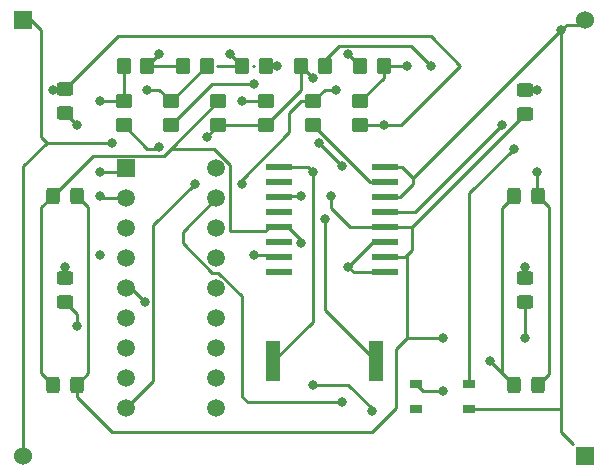
<source format=gbr>
%TF.GenerationSoftware,KiCad,Pcbnew,(6.0.9)*%
%TF.CreationDate,2023-11-13T18:20:47-08:00*%
%TF.ProjectId,music_card,6d757369-635f-4636-9172-642e6b696361,rev?*%
%TF.SameCoordinates,Original*%
%TF.FileFunction,Copper,L1,Top*%
%TF.FilePolarity,Positive*%
%FSLAX46Y46*%
G04 Gerber Fmt 4.6, Leading zero omitted, Abs format (unit mm)*
G04 Created by KiCad (PCBNEW (6.0.9)) date 2023-11-13 18:20:47*
%MOMM*%
%LPD*%
G01*
G04 APERTURE LIST*
G04 Aperture macros list*
%AMRoundRect*
0 Rectangle with rounded corners*
0 $1 Rounding radius*
0 $2 $3 $4 $5 $6 $7 $8 $9 X,Y pos of 4 corners*
0 Add a 4 corners polygon primitive as box body*
4,1,4,$2,$3,$4,$5,$6,$7,$8,$9,$2,$3,0*
0 Add four circle primitives for the rounded corners*
1,1,$1+$1,$2,$3*
1,1,$1+$1,$4,$5*
1,1,$1+$1,$6,$7*
1,1,$1+$1,$8,$9*
0 Add four rect primitives between the rounded corners*
20,1,$1+$1,$2,$3,$4,$5,0*
20,1,$1+$1,$4,$5,$6,$7,0*
20,1,$1+$1,$6,$7,$8,$9,0*
20,1,$1+$1,$8,$9,$2,$3,0*%
G04 Aperture macros list end*
%TA.AperFunction,SMDPad,CuDef*%
%ADD10RoundRect,0.250000X-0.325000X-0.450000X0.325000X-0.450000X0.325000X0.450000X-0.325000X0.450000X0*%
%TD*%
%TA.AperFunction,ComponentPad*%
%ADD11R,1.524000X1.524000*%
%TD*%
%TA.AperFunction,SMDPad,CuDef*%
%ADD12RoundRect,0.250000X-0.450000X0.350000X-0.450000X-0.350000X0.450000X-0.350000X0.450000X0.350000X0*%
%TD*%
%TA.AperFunction,SMDPad,CuDef*%
%ADD13R,2.200000X0.600000*%
%TD*%
%TA.AperFunction,SMDPad,CuDef*%
%ADD14RoundRect,0.250000X0.450000X-0.325000X0.450000X0.325000X-0.450000X0.325000X-0.450000X-0.325000X0*%
%TD*%
%TA.AperFunction,ComponentPad*%
%ADD15C,1.524000*%
%TD*%
%TA.AperFunction,SMDPad,CuDef*%
%ADD16RoundRect,0.250000X0.450000X-0.350000X0.450000X0.350000X-0.450000X0.350000X-0.450000X-0.350000X0*%
%TD*%
%TA.AperFunction,SMDPad,CuDef*%
%ADD17R,0.990600X0.711200*%
%TD*%
%TA.AperFunction,SMDPad,CuDef*%
%ADD18RoundRect,0.250000X0.350000X0.450000X-0.350000X0.450000X-0.350000X-0.450000X0.350000X-0.450000X0*%
%TD*%
%TA.AperFunction,SMDPad,CuDef*%
%ADD19RoundRect,0.250000X0.325000X0.450000X-0.325000X0.450000X-0.325000X-0.450000X0.325000X-0.450000X0*%
%TD*%
%TA.AperFunction,ComponentPad*%
%ADD20R,1.498600X1.498600*%
%TD*%
%TA.AperFunction,ComponentPad*%
%ADD21C,1.498600*%
%TD*%
%TA.AperFunction,SMDPad,CuDef*%
%ADD22R,1.300000X3.400000*%
%TD*%
%TA.AperFunction,SMDPad,CuDef*%
%ADD23RoundRect,0.250000X-0.350000X-0.450000X0.350000X-0.450000X0.350000X0.450000X-0.350000X0.450000X0*%
%TD*%
%TA.AperFunction,ViaPad*%
%ADD24C,0.800000*%
%TD*%
%TA.AperFunction,Conductor*%
%ADD25C,0.250000*%
%TD*%
G04 APERTURE END LIST*
D10*
%TO.P,D8,1,K*%
%TO.N,Net-(D4-Pad1)*%
X156000000Y-125000000D03*
%TO.P,D8,2,A*%
%TO.N,Net-(D4-Pad2)*%
X158050000Y-125000000D03*
%TD*%
D11*
%TO.P,VDD_THT2,1,THT*%
%TO.N,+5V*%
X114500000Y-94100000D03*
%TD*%
D12*
%TO.P,R7,1*%
%TO.N,Net-(R7-Pad1)*%
X123000000Y-101000000D03*
%TO.P,R7,2*%
%TO.N,Net-(R7-Pad2)*%
X123000000Y-103000000D03*
%TD*%
D13*
%TO.P,U1,1,C1-1*%
%TO.N,Net-(BZ1-Pad2)*%
X136130000Y-106555000D03*
%TO.P,U1,2,C1-2*%
%TO.N,unconnected-(U1-Pad2)*%
X136130000Y-107825000D03*
%TO.P,U1,3,C2-1*%
%TO.N,Net-(D1-Pad1)*%
X136130000Y-109095000D03*
%TO.P,U1,4,C2-2*%
%TO.N,unconnected-(U1-Pad4)*%
X136130000Y-110365000D03*
%TO.P,U1,5,C3-1*%
%TO.N,Net-(D1-Pad2)*%
X136130000Y-111635000D03*
%TO.P,U1,6,C3-2*%
%TO.N,unconnected-(U1-Pad6)*%
X136130000Y-112905000D03*
%TO.P,U1,7,C4-1*%
%TO.N,Net-(D4-Pad1)*%
X136130000Y-114175000D03*
%TO.P,U1,8,C4-2*%
%TO.N,unconnected-(U1-Pad8)*%
X136130000Y-115445000D03*
%TO.P,U1,9,B4*%
%TO.N,Net-(R7-Pad2)*%
X145140000Y-115445000D03*
%TO.P,U1,10,E4*%
%TO.N,Net-(D1-Pad1)*%
X145140000Y-114175000D03*
%TO.P,U1,11,B3*%
%TO.N,Net-(R7-Pad2)*%
X145140000Y-112905000D03*
%TO.P,U1,12,E3*%
%TO.N,Net-(D1-Pad1)*%
X145140000Y-111635000D03*
%TO.P,U1,13,B2*%
%TO.N,Net-(R6-Pad2)*%
X145140000Y-110365000D03*
%TO.P,U1,14,E2*%
%TO.N,GND*%
X145140000Y-109095000D03*
%TO.P,U1,15,B1*%
%TO.N,Net-(R1-Pad1)*%
X145140000Y-107825000D03*
%TO.P,U1,16,E1*%
%TO.N,GND*%
X145140000Y-106555000D03*
%TD*%
D14*
%TO.P,D6,1,K*%
%TO.N,Net-(D4-Pad1)*%
X118000000Y-118025000D03*
%TO.P,D6,2,A*%
%TO.N,Net-(D4-Pad2)*%
X118000000Y-115975000D03*
%TD*%
D15*
%TO.P,GND_THT1,1,THT*%
%TO.N,GND*%
X162000000Y-94100000D03*
%TD*%
D16*
%TO.P,R1,1*%
%TO.N,Net-(R1-Pad1)*%
X139000000Y-103000000D03*
%TO.P,R1,2*%
%TO.N,Net-(R1-Pad2)*%
X139000000Y-101000000D03*
%TD*%
D14*
%TO.P,D3,1,K*%
%TO.N,Net-(D1-Pad1)*%
X157000000Y-118025000D03*
%TO.P,D3,2,A*%
%TO.N,Net-(D1-Pad2)*%
X157000000Y-115975000D03*
%TD*%
D11*
%TO.P,GND_THT2,1,THT*%
%TO.N,GND*%
X162000000Y-131000000D03*
%TD*%
D16*
%TO.P,R3,1*%
%TO.N,+5V*%
X131000000Y-103000000D03*
%TO.P,R3,2*%
%TO.N,Net-(D1-Pad2)*%
X131000000Y-101000000D03*
%TD*%
D17*
%TO.P,SW1,1,1*%
%TO.N,Net-(SW1-Pad1)*%
X147749999Y-124925001D03*
%TO.P,SW1,2,2*%
%TO.N,Net-(SW1-Pad2)*%
X152250001Y-124925001D03*
%TO.P,SW1,3,3*%
%TO.N,unconnected-(SW1-Pad3)*%
X147749999Y-127074999D03*
%TO.P,SW1,4,4*%
%TO.N,GND*%
X152250001Y-127074999D03*
%TD*%
D16*
%TO.P,R5,1*%
%TO.N,+5V*%
X135000000Y-103000000D03*
%TO.P,R5,2*%
%TO.N,Net-(BZ1-Pad1)*%
X135000000Y-101000000D03*
%TD*%
D18*
%TO.P,pull_down1,1*%
%TO.N,Net-(R1-Pad2)*%
X135000000Y-98000000D03*
%TO.P,pull_down1,2*%
%TO.N,GND*%
X133000000Y-98000000D03*
%TD*%
D19*
%TO.P,D1,1,K*%
%TO.N,Net-(D1-Pad1)*%
X119025000Y-125000000D03*
%TO.P,D1,2,A*%
%TO.N,Net-(D1-Pad2)*%
X116975000Y-125000000D03*
%TD*%
D10*
%TO.P,D5,1,K*%
%TO.N,Net-(D4-Pad1)*%
X156000000Y-109000000D03*
%TO.P,D5,2,A*%
%TO.N,Net-(D4-Pad2)*%
X158050000Y-109000000D03*
%TD*%
D12*
%TO.P,R2,1*%
%TO.N,+5V*%
X143000000Y-101000000D03*
%TO.P,R2,2*%
%TO.N,Net-(D4-Pad2)*%
X143000000Y-103000000D03*
%TD*%
D20*
%TO.P,U2,1,Vref/AN2/RA2*%
%TO.N,Net-(R7-Pad1)*%
X123190000Y-106680000D03*
D21*
%TO.P,U2,2,CMP1/AN3/RA3*%
%TO.N,Net-(R6-Pad1)*%
X123190000Y-109220000D03*
%TO.P,U2,3,TOCKI/CMP2/RA4*%
%TO.N,unconnected-(U2-Pad3)*%
X123190000Y-111760000D03*
%TO.P,U2,4,~{MCLR}/Vpp/RA5*%
%TO.N,+5V*%
X123190000Y-114300000D03*
%TO.P,U2,5,VSS*%
%TO.N,GND*%
X123190000Y-116840000D03*
%TO.P,U2,6,RB0/INT*%
%TO.N,unconnected-(U2-Pad6)*%
X123190000Y-119380000D03*
%TO.P,U2,7,RB1/RX/DT*%
%TO.N,unconnected-(U2-Pad7)*%
X123190000Y-121920000D03*
%TO.P,U2,8,RB2/TX/CK*%
%TO.N,unconnected-(U2-Pad8)*%
X123190000Y-124460000D03*
%TO.P,U2,9,RB3/CCP1*%
%TO.N,Net-(R1-Pad2)*%
X123190000Y-127000000D03*
%TO.P,U2,10,RB4/PGM*%
%TO.N,unconnected-(U2-Pad10)*%
X130810000Y-127000000D03*
%TO.P,U2,11,RB5*%
%TO.N,unconnected-(U2-Pad11)*%
X130810000Y-124460000D03*
%TO.P,U2,12,RB6/T1OSC0/T1CKI/PGC*%
%TO.N,unconnected-(U2-Pad12)*%
X130810000Y-121920000D03*
%TO.P,U2,13,RB7/T1OSI/PGD*%
%TO.N,unconnected-(U2-Pad13)*%
X130810000Y-119380000D03*
%TO.P,U2,14,VDD*%
%TO.N,+5V*%
X130810000Y-116840000D03*
%TO.P,U2,15,CLKOUT/OSC2/RA6*%
%TO.N,unconnected-(U2-Pad15)*%
X130810000Y-114300000D03*
%TO.P,U2,16,CLKIN/OSC1/RA7*%
%TO.N,unconnected-(U2-Pad16)*%
X130810000Y-111760000D03*
%TO.P,U2,17,AN0/RA0*%
%TO.N,Net-(SW1-Pad1)*%
X130810000Y-109220000D03*
%TO.P,U2,18,AN1/RA1*%
%TO.N,unconnected-(U2-Pad18)*%
X130810000Y-106680000D03*
%TD*%
D14*
%TO.P,D4,1,K*%
%TO.N,Net-(D4-Pad1)*%
X118000000Y-102025000D03*
%TO.P,D4,2,A*%
%TO.N,Net-(D4-Pad2)*%
X118000000Y-99975000D03*
%TD*%
D19*
%TO.P,D2,1,K*%
%TO.N,Net-(D1-Pad1)*%
X119025000Y-109000000D03*
%TO.P,D2,2,A*%
%TO.N,Net-(D1-Pad2)*%
X116975000Y-109000000D03*
%TD*%
D18*
%TO.P,pull_down2,1*%
%TO.N,Net-(R6-Pad1)*%
X130000000Y-98000000D03*
%TO.P,pull_down2,2*%
%TO.N,GND*%
X128000000Y-98000000D03*
%TD*%
D22*
%TO.P,BZ1,1,-*%
%TO.N,Net-(BZ1-Pad1)*%
X144350000Y-123000000D03*
%TO.P,BZ1,2,+*%
%TO.N,Net-(BZ1-Pad2)*%
X135650000Y-123000000D03*
%TD*%
D23*
%TO.P,pull_up1,1*%
%TO.N,+5V*%
X138000000Y-98000000D03*
%TO.P,pull_up1,2*%
%TO.N,Net-(SW1-Pad2)*%
X140000000Y-98000000D03*
%TD*%
D12*
%TO.P,R6,1*%
%TO.N,Net-(R6-Pad1)*%
X127000000Y-101000000D03*
%TO.P,R6,2*%
%TO.N,Net-(R6-Pad2)*%
X127000000Y-103000000D03*
%TD*%
D15*
%TO.P,VDD_THT1,1,THT*%
%TO.N,+5V*%
X114500000Y-131000000D03*
%TD*%
D23*
%TO.P,R4,1*%
%TO.N,Net-(BZ1-Pad2)*%
X143000000Y-98000000D03*
%TO.P,R4,2*%
%TO.N,+5V*%
X145000000Y-98000000D03*
%TD*%
%TO.P,pull_down3,1*%
%TO.N,Net-(R7-Pad1)*%
X123000000Y-98000000D03*
%TO.P,pull_down3,2*%
%TO.N,GND*%
X125000000Y-98000000D03*
%TD*%
D14*
%TO.P,D7,1,K*%
%TO.N,Net-(D1-Pad1)*%
X157000000Y-102050000D03*
%TO.P,D7,2,A*%
%TO.N,Net-(D1-Pad2)*%
X157000000Y-100000000D03*
%TD*%
D24*
%TO.N,Net-(BZ1-Pad1)*%
X140000000Y-111000000D03*
X139487701Y-104512299D03*
X133000000Y-101000000D03*
X141487701Y-106512299D03*
%TO.N,Net-(BZ1-Pad2)*%
X139000000Y-107000000D03*
X142000000Y-97000000D03*
%TO.N,Net-(D1-Pad1)*%
X138000000Y-109000000D03*
X140500000Y-109000000D03*
X150000000Y-121000000D03*
X157000000Y-121000000D03*
%TO.N,Net-(D1-Pad2)*%
X157000000Y-115000000D03*
X158000000Y-100000000D03*
X138000000Y-113000000D03*
%TO.N,Net-(D4-Pad1)*%
X119000000Y-120000000D03*
X119000000Y-103000000D03*
X134000000Y-114000000D03*
X134000000Y-114000000D03*
X154000000Y-123000000D03*
%TO.N,Net-(D4-Pad2)*%
X117000000Y-100000000D03*
X118000000Y-115000000D03*
X145000000Y-103000000D03*
X158000000Y-107000000D03*
%TO.N,Net-(R1-Pad2)*%
X141000000Y-100000000D03*
X129000000Y-108000000D03*
X136000000Y-98000000D03*
X133000000Y-108000000D03*
%TO.N,Net-(R6-Pad1)*%
X125000000Y-100000000D03*
X121000000Y-109000000D03*
%TO.N,Net-(R7-Pad1)*%
X121000000Y-101000000D03*
X121000000Y-107000000D03*
%TO.N,Net-(SW1-Pad2)*%
X156000000Y-105000000D03*
X149000000Y-98000000D03*
%TO.N,Net-(R6-Pad2)*%
X134000000Y-99500000D03*
X134000000Y-99500000D03*
X155012299Y-102987701D03*
X155012299Y-102987701D03*
%TO.N,Net-(R7-Pad2)*%
X142000000Y-115000000D03*
X126000000Y-104881200D03*
%TO.N,Net-(SW1-Pad1)*%
X150000000Y-125500000D03*
X141500000Y-126500000D03*
%TO.N,GND*%
X139000000Y-125000000D03*
X160000000Y-95000000D03*
X132000000Y-97000000D03*
X126000000Y-97000000D03*
X144000000Y-127224500D03*
X124775500Y-118000000D03*
%TO.N,+5V*%
X122000000Y-104500000D03*
X121000000Y-114000000D03*
X139000000Y-99000000D03*
X147000000Y-98000000D03*
X130000000Y-104000000D03*
%TD*%
D25*
%TO.N,*%
X134000000Y-98000000D02*
X133925000Y-98000000D01*
%TO.N,Net-(BZ1-Pad1)*%
X141475402Y-106500000D02*
X141500000Y-106500000D01*
X135000000Y-101000000D02*
X133000000Y-101000000D01*
X139487701Y-104512299D02*
X141475402Y-106500000D01*
X144350000Y-123000000D02*
X140000000Y-118650000D01*
X140000000Y-118650000D02*
X140000000Y-111000000D01*
X141500000Y-106500000D02*
X141487701Y-106512299D01*
%TO.N,Net-(BZ1-Pad2)*%
X139000000Y-119650000D02*
X139000000Y-107000000D01*
X135650000Y-123000000D02*
X139000000Y-119650000D01*
X139000000Y-107000000D02*
X138555000Y-106555000D01*
X138555000Y-106555000D02*
X136130000Y-106555000D01*
X143000000Y-98000000D02*
X142000000Y-97000000D01*
%TO.N,Net-(D1-Pad1)*%
X122000000Y-129000000D02*
X144000000Y-129000000D01*
X146000000Y-122000000D02*
X147000000Y-121000000D01*
X120000000Y-109975000D02*
X120000000Y-124025000D01*
X146825000Y-114175000D02*
X145140000Y-114175000D01*
X147000000Y-114000000D02*
X147000000Y-121000000D01*
X119025000Y-109000000D02*
X120000000Y-109975000D01*
X146000000Y-127000000D02*
X146000000Y-122000000D01*
X138000000Y-109000000D02*
X136225000Y-109000000D01*
X119025000Y-126025000D02*
X122000000Y-129000000D01*
X147000000Y-114000000D02*
X146825000Y-114175000D01*
X147000000Y-121000000D02*
X150000000Y-121000000D01*
X144000000Y-129000000D02*
X146000000Y-127000000D01*
X147415000Y-111635000D02*
X147415000Y-113585000D01*
X120000000Y-124025000D02*
X119025000Y-125000000D01*
X142135000Y-111635000D02*
X140500000Y-110000000D01*
X136225000Y-109000000D02*
X136130000Y-109095000D01*
X119025000Y-125000000D02*
X119025000Y-126025000D01*
X157000000Y-102050000D02*
X147415000Y-111635000D01*
X147415000Y-111635000D02*
X145140000Y-111635000D01*
X145140000Y-111635000D02*
X142135000Y-111635000D01*
X140500000Y-110000000D02*
X140500000Y-109000000D01*
X147415000Y-113585000D02*
X147000000Y-114000000D01*
X157000000Y-121000000D02*
X157000000Y-118025000D01*
%TO.N,Net-(D1-Pad2)*%
X136930000Y-111635000D02*
X138000000Y-112705000D01*
X134985000Y-112000000D02*
X135350000Y-111635000D01*
X157000000Y-115000000D02*
X157000000Y-115975000D01*
X120369300Y-105605700D02*
X116975000Y-109000000D01*
X116000000Y-109975000D02*
X116000000Y-124025000D01*
X157000000Y-100000000D02*
X158000000Y-100000000D01*
X136130000Y-111635000D02*
X136930000Y-111635000D01*
X131000000Y-101000000D02*
X127000000Y-105000000D01*
X138000000Y-112705000D02*
X138000000Y-113000000D01*
X127000000Y-105000000D02*
X126394300Y-105605700D01*
X132000000Y-112000000D02*
X134985000Y-112000000D01*
X132000000Y-106350710D02*
X132000000Y-112000000D01*
X116975000Y-109000000D02*
X116000000Y-109975000D01*
X135350000Y-111635000D02*
X136130000Y-111635000D01*
X130649290Y-105000000D02*
X132000000Y-106350710D01*
X126394300Y-105605700D02*
X120369300Y-105605700D01*
X116000000Y-124025000D02*
X116975000Y-125000000D01*
X127000000Y-105000000D02*
X130649290Y-105000000D01*
%TO.N,Net-(D4-Pad1)*%
X118000000Y-102025000D02*
X118025000Y-102025000D01*
X156000000Y-125000000D02*
X155000000Y-124000000D01*
X119000000Y-120000000D02*
X119000000Y-119025000D01*
X118025000Y-102025000D02*
X119000000Y-103000000D01*
X134000000Y-114000000D02*
X135955000Y-114000000D01*
X119000000Y-119025000D02*
X118000000Y-118025000D01*
X155000000Y-124000000D02*
X155000000Y-110000000D01*
X155000000Y-110000000D02*
X156000000Y-109000000D01*
X135955000Y-114000000D02*
X136130000Y-114175000D01*
X156000000Y-125000000D02*
X154000000Y-123000000D01*
%TO.N,Net-(D4-Pad2)*%
X118000000Y-115000000D02*
X118000000Y-115975000D01*
X118000000Y-99975000D02*
X117025000Y-99975000D01*
X159000000Y-124050000D02*
X158050000Y-125000000D01*
X159000000Y-109950000D02*
X159000000Y-124050000D01*
X158050000Y-109000000D02*
X159000000Y-109950000D01*
X143000000Y-103000000D02*
X145000000Y-103000000D01*
X151500000Y-98000000D02*
X146500000Y-103000000D01*
X158000000Y-108950000D02*
X158050000Y-109000000D01*
X118000000Y-99975000D02*
X122475000Y-95500000D01*
X146500000Y-103000000D02*
X145000000Y-103000000D01*
X149000000Y-95500000D02*
X151500000Y-98000000D01*
X122475000Y-95500000D02*
X149000000Y-95500000D01*
X158000000Y-107000000D02*
X158000000Y-108950000D01*
X117025000Y-99975000D02*
X117000000Y-100000000D01*
%TO.N,Net-(R1-Pad2)*%
X141000000Y-100000000D02*
X140000000Y-100000000D01*
X140000000Y-100000000D02*
X139000000Y-101000000D01*
X133000000Y-108000000D02*
X133000000Y-107635000D01*
X123190000Y-127000000D02*
X125500000Y-124690000D01*
X135000000Y-98000000D02*
X136000000Y-98000000D01*
X125500000Y-111500000D02*
X129000000Y-108000000D01*
X125500000Y-124690000D02*
X125500000Y-111500000D01*
X138000000Y-101000000D02*
X139000000Y-101000000D01*
X133000000Y-107635000D02*
X137000000Y-103635000D01*
X137000000Y-102000000D02*
X138000000Y-101000000D01*
X137000000Y-103635000D02*
X137000000Y-102000000D01*
%TO.N,Net-(R6-Pad1)*%
X126000000Y-100000000D02*
X127000000Y-101000000D01*
X121220000Y-109220000D02*
X121000000Y-109000000D01*
X125000000Y-100000000D02*
X126000000Y-100000000D01*
X123190000Y-109220000D02*
X121220000Y-109220000D01*
X130000000Y-98000000D02*
X127000000Y-101000000D01*
%TO.N,Net-(R7-Pad1)*%
X121000000Y-107000000D02*
X122870000Y-107000000D01*
X122870000Y-107000000D02*
X123190000Y-106680000D01*
X123000000Y-98000000D02*
X123000000Y-101000000D01*
X123000000Y-101000000D02*
X121000000Y-101000000D01*
%TO.N,Net-(SW1-Pad2)*%
X152250001Y-108749999D02*
X156000000Y-105000000D01*
X152250001Y-124925001D02*
X152250001Y-108749999D01*
X141225000Y-96275000D02*
X140000000Y-97500000D01*
X147275000Y-96275000D02*
X141225000Y-96275000D01*
X140000000Y-97500000D02*
X140000000Y-98000000D01*
X149000000Y-98000000D02*
X147275000Y-96275000D01*
%TO.N,Net-(R1-Pad1)*%
X143825000Y-107825000D02*
X145140000Y-107825000D01*
X139000000Y-103000000D02*
X143825000Y-107825000D01*
%TO.N,Net-(R6-Pad2)*%
X155012299Y-102987701D02*
X147635000Y-110365000D01*
X127000000Y-103000000D02*
X130500000Y-99500000D01*
X147635000Y-110365000D02*
X145140000Y-110365000D01*
X130500000Y-99500000D02*
X134000000Y-99500000D01*
%TO.N,Net-(R7-Pad2)*%
X126000000Y-105000000D02*
X126000000Y-104881200D01*
X123000000Y-103000000D02*
X125000000Y-105000000D01*
X142445000Y-115445000D02*
X145140000Y-115445000D01*
X142000000Y-115000000D02*
X144095000Y-112905000D01*
X142000000Y-115000000D02*
X142445000Y-115445000D01*
X125000000Y-105000000D02*
X126000000Y-105000000D01*
X144095000Y-112905000D02*
X145140000Y-112905000D01*
%TO.N,Net-(SW1-Pad1)*%
X133000000Y-117500000D02*
X133000000Y-126000000D01*
X131000000Y-115500000D02*
X133000000Y-117500000D01*
X130810000Y-109220000D02*
X128000000Y-112030000D01*
X133000000Y-126000000D02*
X133500000Y-126500000D01*
X128000000Y-112030000D02*
X128000000Y-113009290D01*
X148324998Y-125500000D02*
X147749999Y-124925001D01*
X150000000Y-125500000D02*
X148324998Y-125500000D01*
X128000000Y-113009290D02*
X130490710Y-115500000D01*
X130490710Y-115500000D02*
X131000000Y-115500000D01*
X133500000Y-126500000D02*
X141500000Y-126500000D01*
%TO.N,GND*%
X142000000Y-125000000D02*
X144000000Y-127000000D01*
X126000000Y-97000000D02*
X125000000Y-98000000D01*
X147500000Y-108000000D02*
X146405000Y-109095000D01*
X160000000Y-129000000D02*
X161000000Y-130000000D01*
X139000000Y-125000000D02*
X142000000Y-125000000D01*
X123190000Y-116840000D02*
X123615500Y-116840000D01*
X146555000Y-106555000D02*
X147500000Y-107500000D01*
X152250001Y-127074999D02*
X160000000Y-127074999D01*
X160000000Y-127074999D02*
X160000000Y-95000000D01*
X147500000Y-107500000D02*
X160000000Y-95000000D01*
X133000000Y-98000000D02*
X130925000Y-98000000D01*
X147500000Y-107500000D02*
X147500000Y-108000000D01*
X160500000Y-94500000D02*
X161500000Y-94500000D01*
X145140000Y-106555000D02*
X146555000Y-106555000D01*
X125000000Y-98000000D02*
X128000000Y-98000000D01*
X133000000Y-98000000D02*
X132000000Y-97000000D01*
X160000000Y-95000000D02*
X160500000Y-94500000D01*
X160000000Y-127074999D02*
X160000000Y-129000000D01*
X146405000Y-109095000D02*
X145140000Y-109095000D01*
X144000000Y-127000000D02*
X144000000Y-127224500D01*
X123615500Y-116840000D02*
X124775500Y-118000000D01*
%TO.N,+5V*%
X135000000Y-103000000D02*
X131000000Y-103000000D01*
X122000000Y-104500000D02*
X116500000Y-104500000D01*
X114500000Y-131000000D02*
X114500000Y-106500000D01*
X138000000Y-100000000D02*
X135000000Y-103000000D01*
X115100000Y-94100000D02*
X114500000Y-94100000D01*
X116000000Y-104000000D02*
X116000000Y-95000000D01*
X143000000Y-101000000D02*
X145000000Y-99000000D01*
X114500000Y-106500000D02*
X116500000Y-104500000D01*
X138000000Y-98000000D02*
X138000000Y-100000000D01*
X145000000Y-99000000D02*
X145000000Y-98000000D01*
X139000000Y-99000000D02*
X138000000Y-98000000D01*
X146000000Y-98000000D02*
X147000000Y-98000000D01*
X145000000Y-98000000D02*
X146000000Y-98000000D01*
X116500000Y-104500000D02*
X116000000Y-104000000D01*
X116000000Y-95000000D02*
X115100000Y-94100000D01*
X131000000Y-103000000D02*
X130000000Y-104000000D01*
%TD*%
M02*

</source>
